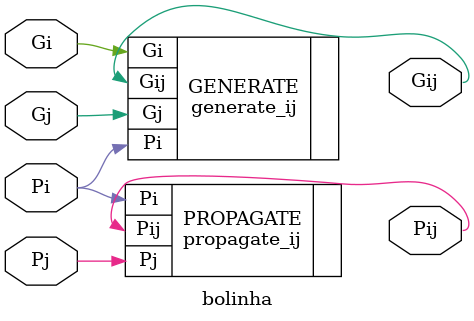
<source format=sv>
module bolinha
    (
        input Gi,Gj,Pi,Pj,
        output Gij,Pij
    );

    generate_ij  GENERATE  (.Gi(Gi),.Pi(Pi),.Gj(Gj),.Gij(Gij));
    propagate_ij PROPAGATE (.Pi(Pi),.Pj(Pj),.Pij(Pij));
    
endmodule: bolinha

</source>
